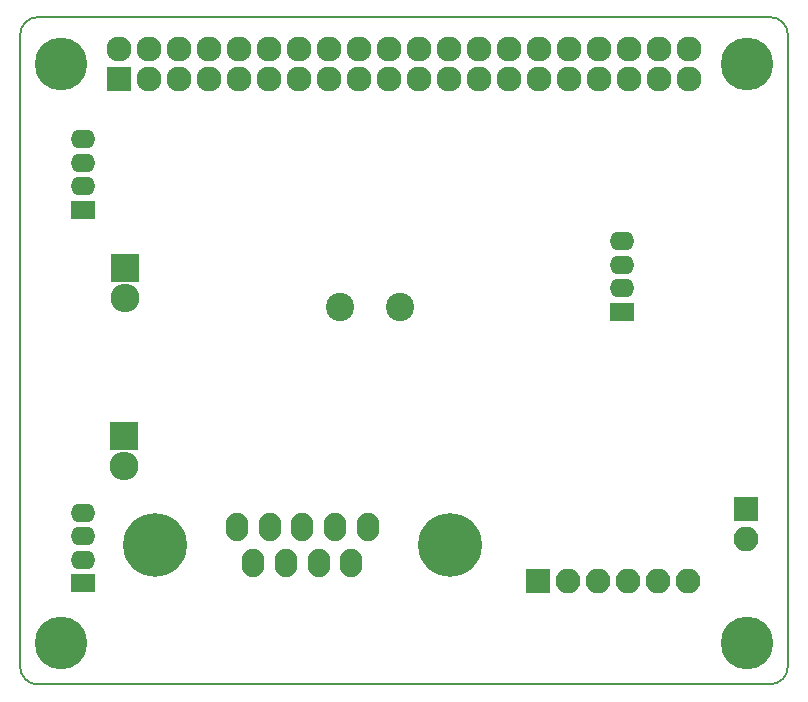
<source format=gbs>
G04 #@! TF.FileFunction,Soldermask,Bot*
%FSLAX46Y46*%
G04 Gerber Fmt 4.6, Leading zero omitted, Abs format (unit mm)*
G04 Created by KiCad (PCBNEW 4.0.2+dfsg1-stable) date Mi 10 Jan 2018 14:32:24 CET*
%MOMM*%
G01*
G04 APERTURE LIST*
%ADD10C,0.100000*%
%ADD11C,0.150000*%
%ADD12C,2.398980*%
%ADD13R,2.099260X1.598880*%
%ADD14O,2.099260X1.598880*%
%ADD15R,2.127200X2.127200*%
%ADD16O,2.127200X2.127200*%
%ADD17C,4.464000*%
%ADD18R,2.432000X2.432000*%
%ADD19O,2.432000X2.432000*%
%ADD20R,2.100000X2.100000*%
%ADD21O,2.100000X2.100000*%
%ADD22C,5.401260*%
%ADD23O,1.901140X2.398980*%
G04 APERTURE END LIST*
D10*
D11*
X129500000Y-71500000D02*
X191500000Y-71500000D01*
X128000000Y-126500000D02*
X128000000Y-73000000D01*
X191500000Y-128000000D02*
X129500000Y-128000000D01*
X193000000Y-73000000D02*
X193000000Y-126500000D01*
X129500000Y-71500000D02*
G75*
G03X128000000Y-73000000I0J-1500000D01*
G01*
X128000000Y-126500000D02*
G75*
G03X129500000Y-128000000I1500000J0D01*
G01*
X191500000Y-128000000D02*
G75*
G03X193000000Y-126500000I0J1500000D01*
G01*
X193000000Y-73000000D02*
G75*
G03X191500000Y-71500000I-1500000J0D01*
G01*
D12*
X155041600Y-96012000D03*
X160121600Y-96012000D03*
D13*
X133350000Y-87835740D03*
D14*
X133350000Y-85836760D03*
X133350000Y-83835240D03*
X133350000Y-81836260D03*
D15*
X136372600Y-76758800D03*
D16*
X136372600Y-74218800D03*
X138912600Y-76758800D03*
X138912600Y-74218800D03*
X141452600Y-76758800D03*
X141452600Y-74218800D03*
X143992600Y-76758800D03*
X143992600Y-74218800D03*
X146532600Y-76758800D03*
X146532600Y-74218800D03*
X149072600Y-76758800D03*
X149072600Y-74218800D03*
X151612600Y-76758800D03*
X151612600Y-74218800D03*
X154152600Y-76758800D03*
X154152600Y-74218800D03*
X156692600Y-76758800D03*
X156692600Y-74218800D03*
X159232600Y-76758800D03*
X159232600Y-74218800D03*
X161772600Y-76758800D03*
X161772600Y-74218800D03*
X164312600Y-76758800D03*
X164312600Y-74218800D03*
X166852600Y-76758800D03*
X166852600Y-74218800D03*
X169392600Y-76758800D03*
X169392600Y-74218800D03*
X171932600Y-76758800D03*
X171932600Y-74218800D03*
X174472600Y-76758800D03*
X174472600Y-74218800D03*
X177012600Y-76758800D03*
X177012600Y-74218800D03*
X179552600Y-76758800D03*
X179552600Y-74218800D03*
X182092600Y-76758800D03*
X182092600Y-74218800D03*
X184632600Y-76758800D03*
X184632600Y-74218800D03*
D17*
X189500000Y-75500000D03*
X131500000Y-75500000D03*
X189500000Y-124500000D03*
X131500000Y-124500000D03*
D18*
X136779000Y-106934000D03*
D19*
X136779000Y-109474000D03*
D18*
X136906000Y-92710000D03*
D19*
X136906000Y-95250000D03*
D20*
X171831000Y-119253000D03*
D21*
X174371000Y-119253000D03*
X176911000Y-119253000D03*
X179451000Y-119253000D03*
X181991000Y-119253000D03*
X184531000Y-119253000D03*
D13*
X133350000Y-119458740D03*
D14*
X133350000Y-117459760D03*
X133350000Y-115458240D03*
X133350000Y-113459260D03*
D13*
X178943000Y-96471740D03*
D14*
X178943000Y-94472760D03*
X178943000Y-92471240D03*
X178943000Y-90472260D03*
D20*
X189484000Y-113157000D03*
D21*
X189484000Y-115697000D03*
D22*
X164386260Y-116205000D03*
D23*
X151892000Y-114686080D03*
X154663140Y-114686080D03*
X157431740Y-114686080D03*
X149120860Y-114686080D03*
X146352260Y-114686080D03*
X147736560Y-117723920D03*
X150507700Y-117723920D03*
X153276300Y-117723920D03*
X156047440Y-117723920D03*
D22*
X139397740Y-116205000D03*
M02*

</source>
